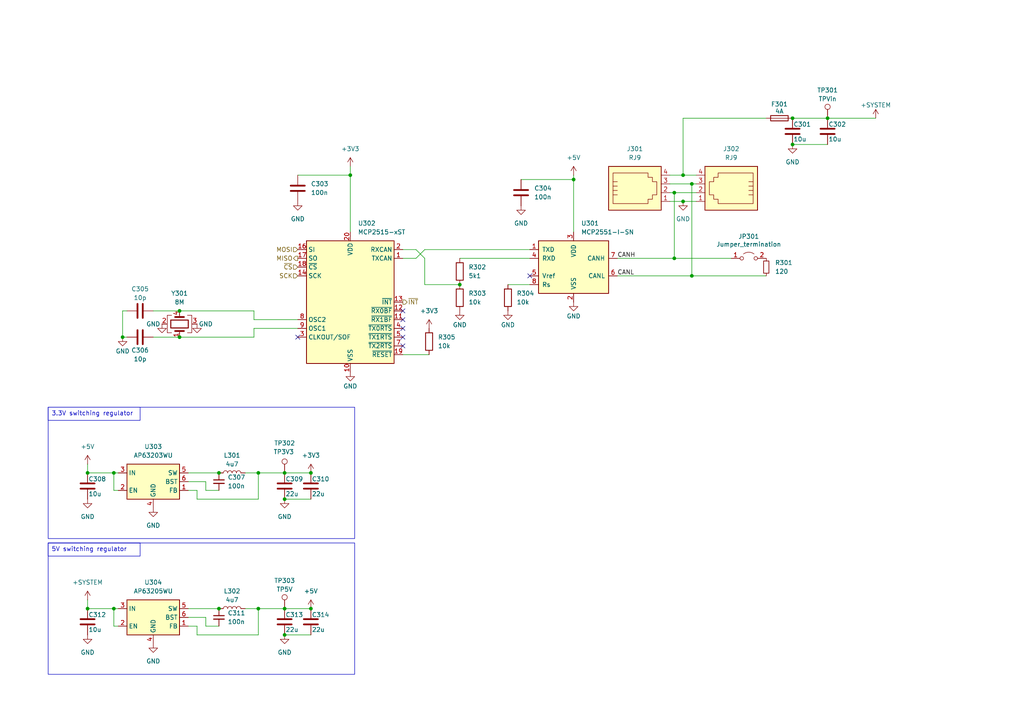
<source format=kicad_sch>
(kicad_sch (version 20231120) (generator "eeschema") (generator_version "8.0")
  (paper "A4")
  (lib_symbols
    (symbol "+BATT_1" (power) (pin_numbers hide) (pin_names (offset 0) hide)
      (property "Value" "+BATT" (at 0 3.556 0))
      (symbol "+BATT_1_0_1"
        (polyline (pts (xy -0.762 1.27) (xy 0 2.54)))
        (polyline (pts (xy 0 0) (xy 0 2.54)))
        (polyline (pts (xy 0 2.54) (xy 0.762 1.27)))
      )
      (symbol "+BATT_1_1_1"
        (pin power_in line (at 0 0 90) (length 0) (name "~") (number "1"))
      )
    )
    (symbol "Connector:RJ10" (pin_names (offset 1.016))
      (property "Reference" "J" (at -5.08 8.89 0))
      (property "Value" "RJ10" (at 2.54 8.89 0))
      (symbol "RJ10_0_1"
        (polyline (pts (xy -6.35 -0.635) (xy -5.08 -0.635) (xy -5.08 -0.635)))
        (polyline (pts (xy -6.35 0.635) (xy -5.08 0.635) (xy -5.08 0.635)))
        (polyline (pts (xy -6.35 1.905) (xy -5.08 1.905) (xy -5.08 1.905)))
        (polyline (pts (xy -6.35 3.175) (xy -5.08 3.175) (xy -5.08 3.175)))
        (polyline (pts (xy -6.35 -3.175) (xy -6.35 5.715) (xy -1.27 5.715) (xy 3.81 5.715) (xy 3.81 4.445) (xy 5.08 4.445) (xy 5.08 3.175) (xy 6.35 3.175) (xy 6.35 -0.635) (xy 5.08 -0.635) (xy 5.08 -1.905) (xy 3.81 -1.905) (xy 3.81 -3.175) (xy -6.35 -3.175) (xy -6.35 -3.175)))
        (rectangle (start 7.62 7.62) (end -7.62 -5.08) (stroke (width 0.254)) (fill (type background)))
      )
      (symbol "RJ10_1_1"
        (pin passive line (at 10.16 -2.54 180) (length 2.54) (name "~") (number "1"))
        (pin passive line (at 10.16 0 180) (length 2.54) (name "~") (number "2"))
        (pin passive line (at 10.16 2.54 180) (length 2.54) (name "~") (number "3"))
        (pin passive line (at 10.16 5.08 180) (length 2.54) (name "~") (number "4"))
      )
    )
    (symbol "Connector:TestPoint" (pin_numbers hide) (pin_names (offset 0.762) hide)
      (property "Reference" "TP" (at 0 6.858 0))
      (property "Value" "TestPoint" (at 0 5.08 0))
      (symbol "TestPoint_0_1"
        (circle (center 0 3.302) (radius 0.762))
      )
      (symbol "TestPoint_1_1"
        (pin passive line (at 0 0 90) (length 2.54) (name "1") (number "1"))
      )
    )
    (symbol "Device:C" (pin_numbers hide) (pin_names (offset 0.254))
      (property "Reference" "C" (at 0.635 2.54 0))
      (property "Value" "C" (at 0.635 -2.54 0))
      (symbol "C_0_1"
        (polyline (pts (xy -2.032 -0.762) (xy 2.032 -0.762)) (stroke (width 0.508)))
        (polyline (pts (xy -2.032 0.762) (xy 2.032 0.762)) (stroke (width 0.508)))
      )
      (symbol "C_1_1"
        (pin passive line (at 0 3.81 270) (length 2.794) (name "~") (number "1"))
        (pin passive line (at 0 -3.81 90) (length 2.794) (name "~") (number "2"))
      )
    )
    (symbol "Device:C_Small" (pin_numbers hide) (pin_names (offset 0.254) hide)
      (property "Reference" "C" (at 0.254 1.778 0))
      (property "Value" "C_Small" (at 0.254 -2.032 0))
      (symbol "C_Small_0_1"
        (polyline (pts (xy -1.524 -0.508) (xy 1.524 -0.508)) (stroke (width 0.3302)))
        (polyline (pts (xy -1.524 0.508) (xy 1.524 0.508)) (stroke (width 0.3048)))
      )
      (symbol "C_Small_1_1"
        (pin passive line (at 0 2.54 270) (length 2.032) (name "~") (number "1"))
        (pin passive line (at 0 -2.54 90) (length 2.032) (name "~") (number "2"))
      )
    )
    (symbol "Device:Crystal_GND23" (pin_names (offset 1.016) hide)
      (property "Reference" "Y" (at 3.175 5.08 0))
      (property "Value" "Crystal_GND23" (at 3.175 3.175 0))
      (symbol "Crystal_GND23_0_1"
        (rectangle (start -1.143 2.54) (end 1.143 -2.54) (stroke (width 0.3048)))
        (polyline (pts (xy -2.54 0) (xy -2.032 0)))
        (polyline (pts (xy -2.032 -1.27) (xy -2.032 1.27)) (stroke (width 0.508)))
        (polyline (pts (xy 0 -3.81) (xy 0 -3.556)))
        (polyline (pts (xy 0 3.556) (xy 0 3.81)))
        (polyline (pts (xy 2.032 -1.27) (xy 2.032 1.27)) (stroke (width 0.508)))
        (polyline (pts (xy 2.032 0) (xy 2.54 0)))
        (polyline (pts (xy -2.54 -2.286) (xy -2.54 -3.556) (xy 2.54 -3.556) (xy 2.54 -2.286)))
        (polyline (pts (xy -2.54 2.286) (xy -2.54 3.556) (xy 2.54 3.556) (xy 2.54 2.286)))
      )
      (symbol "Crystal_GND23_1_1"
        (pin passive line (at -3.81 0 0) (length 1.27) (name "1") (number "1"))
        (pin passive line (at 0 5.08 270) (length 1.27) (name "2") (number "2"))
        (pin passive line (at 0 -5.08 90) (length 1.27) (name "3") (number "3"))
        (pin passive line (at 3.81 0 180) (length 1.27) (name "4") (number "4"))
      )
    )
    (symbol "Device:Fuse" (pin_numbers hide) (pin_names (offset 0))
      (property "Reference" "F" (at 2.032 0 90))
      (property "Value" "Fuse" (at -1.905 0 90))
      (symbol "Fuse_0_1"
        (rectangle (start -0.762 -2.54) (end 0.762 2.54) (stroke (width 0.254)))
        (polyline (pts (xy 0 2.54) (xy 0 -2.54)))
      )
      (symbol "Fuse_1_1"
        (pin passive line (at 0 3.81 270) (length 1.27) (name "~") (number "1"))
        (pin passive line (at 0 -3.81 90) (length 1.27) (name "~") (number "2"))
      )
    )
    (symbol "Device:L" (pin_numbers hide) (pin_names (offset 1.016) hide)
      (property "Reference" "L" (at -1.27 0 90))
      (property "Value" "L" (at 1.905 0 90))
      (symbol "L_0_1"
        (arc (start 0 -2.54) (mid 0.6323 -1.905) (end 0 -1.27))
        (arc (start 0 -1.27) (mid 0.6323 -0.635) (end 0 0))
        (arc (start 0 0) (mid 0.6323 0.635) (end 0 1.27))
        (arc (start 0 1.27) (mid 0.6323 1.905) (end 0 2.54))
      )
      (symbol "L_1_1"
        (pin passive line (at 0 3.81 270) (length 1.27) (name "1") (number "1"))
        (pin passive line (at 0 -3.81 90) (length 1.27) (name "2") (number "2"))
      )
    )
    (symbol "Device:R" (pin_numbers hide) (pin_names (offset 0))
      (property "Reference" "R" (at 2.032 0 90))
      (property "Value" "R" (at 0 0 90))
      (symbol "R_0_1"
        (rectangle (start -1.016 -2.54) (end 1.016 2.54) (stroke (width 0.254)))
      )
      (symbol "R_1_1"
        (pin passive line (at 0 3.81 270) (length 1.27) (name "~") (number "1"))
        (pin passive line (at 0 -3.81 90) (length 1.27) (name "~") (number "2"))
      )
    )
    (symbol "Device:R_Small" (pin_numbers hide) (pin_names (offset 0.254) hide)
      (property "Reference" "R" (at 0.762 0.508 0))
      (property "Value" "R_Small" (at 0.762 -1.016 0))
      (symbol "R_Small_0_1"
        (rectangle (start -0.762 1.778) (end 0.762 -1.778) (stroke (width 0.2032)))
      )
      (symbol "R_Small_1_1"
        (pin passive line (at 0 2.54 270) (length 0.762) (name "~") (number "1"))
        (pin passive line (at 0 -2.54 90) (length 0.762) (name "~") (number "2"))
      )
    )
    (symbol "Interface_CAN_LIN:MCP2515-xST"
      (property "Reference" "U" (at -10.16 19.685 0))
      (property "Value" "MCP2515-xST" (at 19.05 20.32 0))
      (symbol "MCP2515-xST_0_1"
        (rectangle (start -12.7 17.78) (end 12.7 -17.78) (stroke (width 0.254)) (fill (type background)))
      )
      (symbol "MCP2515-xST_1_1"
        (pin output line (at 15.24 12.7 180) (length 2.54) (name "TXCAN") (number "1"))
        (pin power_in line (at 0 -20.32 90) (length 2.54) (name "VSS") (number "10"))
        (pin output line (at 15.24 -5.08 180) (length 2.54) (name "~{RX1BF}") (number "11"))
        (pin output line (at 15.24 -2.54 180) (length 2.54) (name "~{RX0BF}") (number "12"))
        (pin output line (at 15.24 0 180) (length 2.54) (name "~{INT}") (number "13"))
        (pin input line (at -15.24 7.62 0) (length 2.54) (name "SCK") (number "14"))
        (pin no_connect line (at -12.7 -2.54 0) (length 2.54) hide (name "NC") (number "15"))
        (pin input line (at -15.24 15.24 0) (length 2.54) (name "SI") (number "16"))
        (pin output line (at -15.24 12.7 0) (length 2.54) (name "SO") (number "17"))
        (pin input line (at -15.24 10.16 0) (length 2.54) (name "~{CS}") (number "18"))
        (pin input line (at 15.24 -15.24 180) (length 2.54) (name "~{RESET}") (number "19"))
        (pin input line (at 15.24 15.24 180) (length 2.54) (name "RXCAN") (number "2"))
        (pin power_in line (at 0 20.32 270) (length 2.54) (name "VDD") (number "20"))
        (pin output line (at -15.24 -10.16 0) (length 2.54) (name "CLKOUT/SOF") (number "3"))
        (pin input line (at 15.24 -7.62 180) (length 2.54) (name "~{TX0RTS}") (number "4"))
        (pin input line (at 15.24 -10.16 180) (length 2.54) (name "~{TX1RTS}") (number "5"))
        (pin no_connect line (at -12.7 0 0) (length 2.54) hide (name "NC") (number "6"))
        (pin input line (at 15.24 -12.7 180) (length 2.54) (name "~{TX2RTS}") (number "7"))
        (pin output line (at -15.24 -5.08 0) (length 2.54) (name "OSC2") (number "8"))
        (pin input line (at -15.24 -7.62 0) (length 2.54) (name "OSC1") (number "9"))
      )
    )
    (symbol "Interface_CAN_LIN:MCP2551-I-SN" (pin_names (offset 1.016))
      (property "Reference" "U" (at -10.16 8.89 0))
      (property "Value" "MCP2551-I-SN" (at 2.54 8.89 0))
      (symbol "MCP2551-I-SN_0_1"
        (rectangle (start -10.16 7.62) (end 10.16 -7.62) (stroke (width 0.254)) (fill (type background)))
      )
      (symbol "MCP2551-I-SN_1_1"
        (pin input line (at -12.7 5.08 0) (length 2.54) (name "TXD") (number "1"))
        (pin power_in line (at 0 -10.16 90) (length 2.54) (name "VSS") (number "2"))
        (pin power_in line (at 0 10.16 270) (length 2.54) (name "VDD") (number "3"))
        (pin output line (at -12.7 2.54 0) (length 2.54) (name "RXD") (number "4"))
        (pin power_out line (at -12.7 -2.54 0) (length 2.54) (name "Vref") (number "5"))
        (pin bidirectional line (at 12.7 -2.54 180) (length 2.54) (name "CANL") (number "6"))
        (pin bidirectional line (at 12.7 2.54 180) (length 2.54) (name "CANH") (number "7"))
        (pin input line (at -12.7 -5.08 0) (length 2.54) (name "Rs") (number "8"))
      )
    )
    (symbol "Jumper:Jumper_2_Open" (pin_names (offset 0) hide)
      (property "Reference" "JP" (at 0 2.794 0))
      (property "Value" "Jumper_2_Open" (at 0 -2.286 0))
      (symbol "Jumper_2_Open_0_0"
        (circle (center -2.032 0) (radius 0.508))
        (circle (center 2.032 0) (radius 0.508))
      )
      (symbol "Jumper_2_Open_0_1"
        (arc (start 1.524 1.27) (mid 0 1.778) (end -1.524 1.27))
      )
      (symbol "Jumper_2_Open_1_1"
        (pin passive line (at -5.08 0 0) (length 2.54) (name "A") (number "1"))
        (pin passive line (at 5.08 0 180) (length 2.54) (name "B") (number "2"))
      )
    )
    (symbol "Regulator_Switching:AP63203WU"
      (property "Reference" "U" (at -7.62 6.35 0))
      (property "Value" "AP63203WU" (at 2.54 6.35 0))
      (symbol "AP63203WU_0_1"
        (rectangle (start -7.62 5.08) (end 7.62 -5.08) (stroke (width 0.254)) (fill (type background)))
      )
      (symbol "AP63203WU_1_1"
        (pin input line (at 10.16 -2.54 180) (length 2.54) (name "FB") (number "1"))
        (pin input line (at -10.16 -2.54 0) (length 2.54) (name "EN") (number "2"))
        (pin power_in line (at -10.16 2.54 0) (length 2.54) (name "IN") (number "3"))
        (pin power_in line (at 0 -7.62 90) (length 2.54) (name "GND") (number "4"))
        (pin output line (at 10.16 2.54 180) (length 2.54) (name "SW") (number "5"))
        (pin passive line (at 10.16 0 180) (length 2.54) (name "BST") (number "6"))
      )
    )
    (symbol "Regulator_Switching:AP63205WU"
      (property "Reference" "U" (at -7.62 6.35 0))
      (property "Value" "AP63205WU" (at 2.54 6.35 0))
      (symbol "AP63205WU_0_1"
        (rectangle (start -7.62 5.08) (end 7.62 -5.08) (stroke (width 0.254)) (fill (type background)))
      )
      (symbol "AP63205WU_1_1"
        (pin input line (at 10.16 -2.54 180) (length 2.54) (name "FB") (number "1"))
        (pin input line (at -10.16 -2.54 0) (length 2.54) (name "EN") (number "2"))
        (pin power_in line (at -10.16 2.54 0) (length 2.54) (name "IN") (number "3"))
        (pin power_in line (at 0 -7.62 90) (length 2.54) (name "GND") (number "4"))
        (pin output line (at 10.16 2.54 180) (length 2.54) (name "SW") (number "5"))
        (pin passive line (at 10.16 0 180) (length 2.54) (name "BST") (number "6"))
      )
    )
    (symbol "power:+3V3" (power) (pin_names (offset 0))
      (property "Value" "+3V3" (at 0 3.556 0))
      (symbol "+3V3_0_1"
        (polyline (pts (xy -0.762 1.27) (xy 0 2.54)))
        (polyline (pts (xy 0 0) (xy 0 2.54)))
        (polyline (pts (xy 0 2.54) (xy 0.762 1.27)))
      )
      (symbol "+3V3_1_1"
        (pin power_in line (at 0 0 90) (length 0) hide (name "+3V3") (number "1"))
      )
    )
    (symbol "power:+5V" (power) (pin_numbers hide) (pin_names (offset 0) hide)
      (property "Value" "+5V" (at 0 3.556 0))
      (symbol "+5V_0_1"
        (polyline (pts (xy -0.762 1.27) (xy 0 2.54)))
        (polyline (pts (xy 0 0) (xy 0 2.54)))
        (polyline (pts (xy 0 2.54) (xy 0.762 1.27)))
      )
      (symbol "+5V_1_1"
        (pin power_in line (at 0 0 90) (length 0) (name "~") (number "1"))
      )
    )
    (symbol "power:GND" (power) (pin_names (offset 0))
      (property "Value" "GND" (at 0 -3.81 0))
      (symbol "GND_0_1"
        (polyline (pts (xy 0 0) (xy 0 -1.27) (xy 1.27 -1.27) (xy 0 -2.54) (xy -1.27 -1.27) (xy 0 -1.27)))
      )
      (symbol "GND_1_1"
        (pin power_in line (at 0 0 270) (length 0) hide (name "GND") (number "1"))
      )
    )
  )
  (junction (at 229.87 34.29))
  (junction (at 63.5 137.16))
  (junction (at 195.58 55.88))
  (junction (at 52.07 90.17))
  (junction (at 166.37 52.07))
  (junction (at 25.4 137.16))
  (junction (at 63.5 176.53))
  (junction (at 229.87 41.91))
  (junction (at 74.93 176.53))
  (junction (at 33.02 176.53))
  (junction (at 82.55 144.78))
  (junction (at 200.66 80.01))
  (junction (at 82.55 176.53))
  (junction (at 52.07 97.79))
  (junction (at 74.93 137.16))
  (junction (at 133.35 82.55))
  (junction (at 195.58 74.93))
  (junction (at 101.6 50.8))
  (junction (at 82.55 184.15))
  (junction (at 90.17 137.16))
  (junction (at 90.17 176.53))
  (junction (at 198.12 58.42))
  (junction (at 200.66 53.34))
  (junction (at 82.55 137.16))
  (junction (at 33.02 137.16))
  (junction (at 25.4 176.53))
  (junction (at 240.03 34.29))
  (junction (at 198.12 50.8))
  (junction (at 35.56 97.79))
  (no_connect (at 116.84 90.17))
  (no_connect (at 86.36 97.79))
  (no_connect (at 153.67 80.01))
  (no_connect (at 116.84 97.79))
  (no_connect (at 116.84 95.25))
  (no_connect (at 116.84 100.33))
  (no_connect (at 116.84 92.71))
  (wire (pts (xy 54.61 176.53) (xy 63.5 176.53)))
  (wire (pts (xy 25.4 134.62) (xy 25.4 137.16)))
  (wire (pts (xy 82.55 137.16) (xy 90.17 137.16)))
  (wire (pts (xy 59.69 181.61) (xy 59.69 179.07)))
  (wire (pts (xy 194.31 58.42) (xy 198.12 58.42)))
  (wire (pts (xy 86.36 50.8) (xy 101.6 50.8)))
  (wire (pts (xy 74.93 144.78) (xy 74.93 137.16)))
  (wire (pts (xy 254 34.29) (xy 240.03 34.29)))
  (wire (pts (xy 73.66 92.71) (xy 86.36 92.71)))
  (wire (pts (xy 25.4 173.99) (xy 25.4 176.53)))
  (wire (pts (xy 44.45 90.17) (xy 52.07 90.17)))
  (wire (pts (xy 195.58 55.88) (xy 201.93 55.88)))
  (wire (pts (xy 123.19 82.55) (xy 133.35 82.55)))
  (wire (pts (xy 229.87 41.91) (xy 240.03 41.91)))
  (wire (pts (xy 123.19 72.39) (xy 153.67 72.39)))
  (wire (pts (xy 74.93 184.15) (xy 74.93 176.53)))
  (wire (pts (xy 116.84 74.93) (xy 120.65 74.93)))
  (wire (pts (xy 198.12 34.29) (xy 198.12 50.8)))
  (wire (pts (xy 151.13 52.07) (xy 166.37 52.07)))
  (wire (pts (xy 195.58 55.88) (xy 195.58 74.93)))
  (wire (pts (xy 71.12 137.16) (xy 74.93 137.16)))
  (wire (pts (xy 74.93 176.53) (xy 82.55 176.53)))
  (wire (pts (xy 57.15 184.15) (xy 74.93 184.15)))
  (wire (pts (xy 101.6 50.8) (xy 101.6 67.31)))
  (wire (pts (xy 36.83 97.79) (xy 35.56 97.79)))
  (wire (pts (xy 63.5 142.24) (xy 59.69 142.24)))
  (wire (pts (xy 59.69 142.24) (xy 59.69 139.7)))
  (wire (pts (xy 25.4 176.53) (xy 33.02 176.53)))
  (wire (pts (xy 73.66 92.71) (xy 73.66 90.17)))
  (wire (pts (xy 33.02 137.16) (xy 34.29 137.16)))
  (wire (pts (xy 25.4 137.16) (xy 33.02 137.16)))
  (wire (pts (xy 200.66 80.01) (xy 222.25 80.01)))
  (wire (pts (xy 194.31 53.34) (xy 200.66 53.34)))
  (wire (pts (xy 33.02 176.53) (xy 33.02 181.61)))
  (wire (pts (xy 82.55 144.78) (xy 90.17 144.78)))
  (wire (pts (xy 194.31 55.88) (xy 195.58 55.88)))
  (wire (pts (xy 120.65 74.93) (xy 123.19 72.39)))
  (wire (pts (xy 73.66 95.25) (xy 86.36 95.25)))
  (wire (pts (xy 166.37 52.07) (xy 166.37 67.31)))
  (wire (pts (xy 179.07 74.93) (xy 195.58 74.93)))
  (wire (pts (xy 116.84 72.39) (xy 120.65 72.39)))
  (wire (pts (xy 35.56 90.17) (xy 36.83 90.17)))
  (wire (pts (xy 198.12 58.42) (xy 201.93 58.42)))
  (wire (pts (xy 54.61 181.61) (xy 57.15 181.61)))
  (wire (pts (xy 74.93 176.53) (xy 71.12 176.53)))
  (wire (pts (xy 179.07 80.01) (xy 200.66 80.01)))
  (wire (pts (xy 120.65 72.39) (xy 123.19 74.93)))
  (wire (pts (xy 200.66 53.34) (xy 201.93 53.34)))
  (wire (pts (xy 33.02 142.24) (xy 33.02 137.16)))
  (wire (pts (xy 198.12 50.8) (xy 201.93 50.8)))
  (wire (pts (xy 123.19 74.93) (xy 123.19 82.55)))
  (wire (pts (xy 54.61 142.24) (xy 57.15 142.24)))
  (wire (pts (xy 57.15 181.61) (xy 57.15 184.15)))
  (wire (pts (xy 33.02 176.53) (xy 34.29 176.53)))
  (wire (pts (xy 82.55 184.15) (xy 90.17 184.15)))
  (wire (pts (xy 147.32 82.55) (xy 153.67 82.55)))
  (wire (pts (xy 212.09 74.93) (xy 195.58 74.93)))
  (wire (pts (xy 44.45 97.79) (xy 52.07 97.79)))
  (wire (pts (xy 133.35 74.93) (xy 153.67 74.93)))
  (wire (pts (xy 59.69 139.7) (xy 54.61 139.7)))
  (wire (pts (xy 194.31 50.8) (xy 198.12 50.8)))
  (wire (pts (xy 73.66 97.79) (xy 52.07 97.79)))
  (wire (pts (xy 54.61 137.16) (xy 63.5 137.16)))
  (wire (pts (xy 82.55 176.53) (xy 90.17 176.53)))
  (wire (pts (xy 74.93 137.16) (xy 82.55 137.16)))
  (wire (pts (xy 57.15 142.24) (xy 57.15 144.78)))
  (wire (pts (xy 73.66 95.25) (xy 73.66 97.79)))
  (wire (pts (xy 34.29 181.61) (xy 33.02 181.61)))
  (wire (pts (xy 101.6 48.26) (xy 101.6 50.8)))
  (wire (pts (xy 34.29 142.24) (xy 33.02 142.24)))
  (wire (pts (xy 57.15 144.78) (xy 74.93 144.78)))
  (wire (pts (xy 229.87 34.29) (xy 240.03 34.29)))
  (wire (pts (xy 166.37 50.8) (xy 166.37 52.07)))
  (wire (pts (xy 63.5 181.61) (xy 59.69 181.61)))
  (wire (pts (xy 198.12 34.29) (xy 222.25 34.29)))
  (wire (pts (xy 116.84 102.87) (xy 124.46 102.87)))
  (wire (pts (xy 73.66 90.17) (xy 52.07 90.17)))
  (wire (pts (xy 35.56 97.79) (xy 35.56 90.17)))
  (wire (pts (xy 59.69 179.07) (xy 54.61 179.07)))
  (wire (pts (xy 200.66 80.01) (xy 200.66 53.34)))
  (rectangle (start 13.97 118.11) (end 102.87 156.21))
  (rectangle (start 13.97 157.48) (end 102.87 195.58))
  (text_box "5V switching regulator" (at 13.97 157.48 0) (size 26.67 3.81) (effects (font (size 1.27 1.27)) (justify left top)))
  (text_box "3.3V switching regulator" (at 13.97 118.11 0) (size 26.67 3.81) (effects (font (size 1.27 1.27)) (justify left top)))
  (label "CANL" (at 179.07 80.01 0))
  (label "CANH" (at 179.07 74.93 0))
  (hierarchical_label "MISO" (shape output) (at 86.36 74.93 180))
  (hierarchical_label "~{INT}" (shape output) (at 116.84 87.63 0))
  (hierarchical_label "MOSI" (shape input) (at 86.36 72.39 180))
  (hierarchical_label "~{CS}" (shape input) (at 86.36 77.47 180))
  (hierarchical_label "SCK" (shape input) (at 86.36 80.01 180))
  (symbol (lib_id "power:GND") (at 82.55 184.15 0) (unit 1)
    (property "Reference" "#PWR0324" (effects (hide yes)))
    (property "Value" "GND" (at 82.55 189.23 0))
    (property "Footprint checked" "X" (effects (hide yes)))
  )
  (symbol (lib_id "Jumper:Jumper_2_Open") (at 217.17 74.93 0) (unit 1)
    (property "Reference" "JP301" (at 217.17 68.58 0))
    (property "Value" "Jumper_termination" (at 217.17 70.866 0))
    (property "Footprint" "Connector_PinHeader_2.54mm:PinHeader_1x02_P2.54mm_Vertical" (effects (hide yes)))
    (property "Datasheet" "X" (effects (hide yes)))
    (property "Description" "Jumper, 2-pole, open" (effects (hide yes)))
    (property "ETA" "ETA" (effects (hide yes)))
    (property "Footprint checked" "YES" (effects (hide yes)))
  )
  (symbol (lib_id "power:GND") (at 44.45 147.32 0) (unit 1)
    (property "Reference" "#PWR0320" (effects (hide yes)))
    (property "Value" "GND" (at 44.45 152.4 0))
    (property "Footprint checked" "X" (effects (hide yes)))
  )
  (symbol (lib_id "Device:C") (at 90.17 140.97 0) (unit 1)
    (property "Reference" "C310" (at 90.424 138.938 0) (effects (justify left)))
    (property "Value" "22u" (at 90.424 143.256 0) (effects (justify left)))
    (property "Footprint" "Capacitor_SMD:C_0805_2012Metric" (effects (hide yes)))
    (property "Datasheet" "https://www.mouser.se/datasheet/2/585/MLCC-1837944.pdf" (effects (hide yes)))
    (property "Description" "Unpolarized capacitor" (effects (hide yes)))
    (property "mouser" "187-CL21A226MOCLRNC" (effects (hide yes)))
    (property "Footprint checked" "YES" (effects (hide yes)))
  )
  (symbol (lib_id "power:+3V3") (at 124.46 95.25 0) (unit 1)
    (property "Reference" "#PWR0313" (effects (hide yes)))
    (property "Value" "+3V3" (at 124.46 90.17 0))
    (property "Description" "Power symbol creates a global label with name \"+3V3\"" (effects (hide yes)))
    (property "Footprint checked" "X" (effects (hide yes)))
  )
  (symbol (lib_id "power:+3V3") (at 90.17 137.16 0) (unit 1)
    (property "Reference" "#PWR0317" (effects (hide yes)))
    (property "Value" "+3V3" (at 90.17 132.08 0))
    (property "Description" "Power symbol creates a global label with name \"+3V3\"" (effects (hide yes)))
    (property "Footprint checked" "X" (effects (hide yes)))
  )
  (symbol (lib_id "Device:L") (at 67.31 176.53 90) (unit 1)
    (property "Reference" "L302" (at 67.31 171.45 90))
    (property "Value" "4u7" (at 67.31 173.99 90))
    (property "Footprint" "Inductor_SMD:L_1210_3225Metric" (effects (hide yes)))
    (property "Datasheet" "https://www.mouser.se/datasheet/2/54/srr1260-1391580.pdf" (effects (hide yes)))
    (property "Description" "Inductor" (effects (hide yes)))
    (property "Footprint checked" "YES" (effects (hide yes)))
    (property "mouser" "652-SRP3212A-4R7M" (effects (hide yes)))
  )
  (symbol (lib_id "power:GND") (at 44.45 186.69 0) (unit 1)
    (property "Reference" "#PWR0325" (effects (hide yes)))
    (property "Value" "GND" (at 44.45 191.77 0))
    (property "Footprint checked" "X" (effects (hide yes)))
  )
  (symbol (lib_id "power:+5V") (at 166.37 50.8 0) (unit 1)
    (property "Reference" "#PWR0304" (effects (hide yes)))
    (property "Value" "+5V" (at 166.37 45.72 0))
    (property "Description" "Power symbol creates a global label with name \"+5V\"" (effects (hide yes)))
    (property "Footprint checked" "X" (effects (hide yes)))
  )
  (symbol (lib_id "Device:R") (at 133.35 78.74 0) (unit 1)
    (property "Reference" "R302" (at 135.89 77.4699 0) (effects (justify left)))
    (property "Value" "5k1" (at 135.89 80.0099 0) (effects (justify left)))
    (property "Footprint" "Resistor_SMD:R_0402_1005Metric" (effects (hide yes)))
    (property "Datasheet" "https://www.vishay.com/doc?20035" (effects (hide yes)))
    (property "Description" "Resistor" (effects (hide yes)))
    (property "Footprint checked" "YES" (effects (hide yes)))
    (property "mouser" "71-CRCW0402-5.1K-E3" (effects (hide yes)))
  )
  (symbol (lib_id "power:GND") (at 198.12 58.42 0) (unit 1)
    (property "Reference" "#PWR0306" (effects (hide yes)))
    (property "Value" "GND" (at 198.12 63.5 0))
    (property "Footprint checked" "X" (effects (hide yes)))
  )
  (symbol (lib_id "Device:R") (at 133.35 86.36 0) (unit 1)
    (property "Reference" "R303" (at 135.89 85.0899 0) (effects (justify left)))
    (property "Value" "10k" (at 135.89 87.6299 0) (effects (justify left)))
    (property "Footprint" "Resistor_SMD:R_0402_1005Metric" (effects (hide yes)))
    (property "Datasheet" "https://www.vishay.com/doc?28773" (effects (hide yes)))
    (property "Description" "Resistor" (effects (hide yes)))
    (property "mouser" "71-CRCW040210K0JNEDC" (effects (hide yes)))
    (property "Footprint checked" "YES" (effects (hide yes)))
  )
  (symbol (lib_id "power:GND") (at 35.56 97.79 0) (unit 1)
    (property "Reference" "#PWR0314" (effects (hide yes)))
    (property "Value" "GND" (at 35.56 101.854 0))
    (property "Footprint checked" "X" (effects (hide yes)))
  )
  (symbol (lib_name "+BATT_1") (lib_id "power:+BATT") (at 254 34.29 0) (unit 1)
    (property "Reference" "#PWR0301" (effects (hide yes)))
    (property "Value" "+SYSTEM" (at 254 30.48 0))
    (property "Description" "Power symbol creates a global label with name \"+BATT\"" (effects (hide yes)))
    (property "Footprint checked" "X" (effects (hide yes)))
  )
  (symbol (lib_id "Connector:RJ10") (at 184.15 55.88 0) (unit 1)
    (property "Reference" "J301" (at 184.15 43.18 0))
    (property "Value" "RJ9" (at 184.15 45.72 0))
    (property "Footprint" "Connector_RJ:RJ9_Evercom_5301-440xxx_Horizontal" (effects (hide yes)))
    (property "Datasheet" "https://www.amphenol-cs.com/product/618350441lf.html" (effects (hide yes)))
    (property "Footprint checked" "YES" (effects (hide yes)))
    (property "mouser" "649-61835-0441LF" (effects (hide yes)))
  )
  (symbol (lib_name "+BATT_1") (lib_id "power:+BATT") (at 25.4 173.99 0) (unit 1)
    (property "Reference" "#PWR0321" (effects (hide yes)))
    (property "Value" "+SYSTEM" (at 25.4 168.91 0))
    (property "Description" "Power symbol creates a global label with name \"+BATT\"" (effects (hide yes)))
    (property "Footprint checked" "X" (effects (hide yes)))
  )
  (symbol (lib_id "Device:Fuse") (at 226.06 34.29 90) (unit 1)
    (property "Reference" "F301" (at 226.06 30.226 90))
    (property "Value" "4A" (at 226.06 32.258 90))
    (property "Footprint" "Fuse:Fuse_0603_1608Metric" (effects (hide yes)))
    (property "Datasheet" "https://www.mouser.se/datasheet/2/315/AFA0000C7-1025982.pdf" (effects (hide yes)))
    (property "Description" "Fuse" (effects (hide yes)))
    (property "Footprint checked" "YES" (effects (hide yes)))
    (property "mouser" "667-ERB-RE4R00V" (effects (hide yes)))
  )
  (symbol (lib_id "power:GND") (at 151.13 59.69 0) (unit 1)
    (property "Reference" "#PWR0307" (effects (hide yes)))
    (property "Value" "GND" (at 151.13 64.77 0))
    (property "Description" "Power symbol creates a global label with name \"GND\" , ground" (effects (hide yes)))
    (property "Footprint checked" "X" (effects (hide yes)))
  )
  (symbol (lib_id "Regulator_Switching:AP63203WU") (at 44.45 139.7 0) (unit 1)
    (property "Reference" "U303" (at 44.45 129.54 0))
    (property "Value" "AP63203WU" (at 44.45 132.08 0))
    (property "Footprint" "Package_TO_SOT_SMD:TSOT-23-6" (effects (hide yes)))
    (property "Datasheet" "https://www.diodes.com/assets/Datasheets/AP63200-AP63201-AP63203-AP63205.pdf" (effects (hide yes)))
    (property "Description" "2A, 1.1MHz Buck DC/DC Converter, fixed 3.3V output voltage, TSOT-23-6" (effects (hide yes)))
    (property "REASON" "AP63203WU-7 is not sold at RS or elfa" (effects (hide yes)))
    (property "mouser" " 621-AP63203WU-7 " (effects (hide yes)))
    (property "Footprint checked" "YES" (effects (hide yes)))
  )
  (symbol (lib_id "Interface_CAN_LIN:MCP2515-xST") (at 101.6 87.63 0) (unit 1)
    (property "Reference" "U302" (at 103.7941 64.77 0) (effects (justify left)))
    (property "Value" "MCP2515-xST" (at 103.7941 67.31 0) (effects (justify left)))
    (property "Footprint" "Package_SO:TSSOP-20_4.4x6.5mm_P0.65mm" (effects (hide yes)))
    (property "Datasheet" "https://ww1.microchip.com/downloads/en/DeviceDoc/MCP2515-Stand-Alone-CAN-Controller-with-SPI-20001801J.pdf" (effects (hide yes)))
    (property "ETA" "ETA" (effects (hide yes)))
    (property "Footprint checked" "YES" (effects (hide yes)))
  )
  (symbol (lib_id "Device:C") (at 40.64 90.17 90) (unit 1)
    (property "Reference" "C305" (at 40.64 83.82 90))
    (property "Value" "10p" (at 40.64 86.36 90))
    (property "Footprint" "Capacitor_SMD:C_0402_1005Metric" (effects (hide yes)))
    (property "Datasheet" "https://eu.mouser.com/datasheet/2/281/1/GRT1555C2A100JA02_01A-3157828.pdf" (effects (hide yes)))
    (property "mouser" "81-GRT1555C2A100JA2J" (effects (hide yes)))
    (property "Footprint checked" "YES" (effects (hide yes)))
  )
  (symbol (lib_id "Device:C") (at 229.87 38.1 0) (unit 1)
    (property "Reference" "C301" (at 230.124 36.068 0) (effects (justify left)))
    (property "Value" "10u" (at 230.124 40.386 0) (effects (justify left)))
    (property "Footprint" "Capacitor_SMD:C_1206_3216Metric" (effects (hide yes)))
    (property "Datasheet" "https://www.mouser.se/datasheet/2/40/cx5r_KGM-3223198.pdf" (effects (hide yes)))
    (property "Description" "Unpolarized capacitor" (effects (hide yes)))
    (property "mouser" "581-1206DD106MAT2A" (effects (hide yes)))
    (property "Footprint checked" "YES" (effects (hide yes)))
  )
  (symbol (lib_id "power:GND") (at 57.15 93.98 0) (unit 1)
    (property "Reference" "#PWR0312" (effects (hide yes)))
    (property "Value" "GND" (at 59.69 93.98 0))
    (property "Footprint checked" "X" (effects (hide yes)))
  )
  (symbol (lib_id "Device:R") (at 124.46 99.06 0) (unit 1)
    (property "Reference" "R305" (at 127 97.7899 0) (effects (justify left)))
    (property "Value" "10k" (at 127 100.3299 0) (effects (justify left)))
    (property "Footprint" "Resistor_SMD:R_0402_1005Metric" (effects (hide yes)))
    (property "Datasheet" "https://www.vishay.com/doc?28773" (effects (hide yes)))
    (property "Description" "Resistor" (effects (hide yes)))
    (property "mouser" "71-CRCW040210K0JNEDC" (effects (hide yes)))
    (property "Footprint checked" "YES" (effects (hide yes)))
  )
  (symbol (lib_id "Device:C") (at 25.4 180.34 0) (unit 1)
    (property "Reference" "C312" (at 25.654 178.308 0) (effects (justify left)))
    (property "Value" "10u" (at 25.654 182.626 0) (effects (justify left)))
    (property "Footprint" "Capacitor_SMD:C_1206_3216Metric" (effects (hide yes)))
    (property "Datasheet" "https://www.mouser.se/datasheet/2/40/cx5r_KGM-3223198.pdf" (effects (hide yes)))
    (property "Description" "Unpolarized capacitor" (effects (hide yes)))
    (property "mouser" "581-1206DD106MAT2A" (effects (hide yes)))
    (property "Footprint checked" "YES" (effects (hide yes)))
  )
  (symbol (lib_id "Device:Crystal_GND23") (at 52.07 93.98 90) (unit 1)
    (property "Reference" "Y301" (at 52.07 85.09 90))
    (property "Value" "8M" (at 52.07 87.63 90))
    (property "Footprint" "Crystal:Crystal_SMD_Abracon_ABM3B-4Pin_5.0x3.2mm" (effects (hide yes)))
    (property "Datasheet" "https://www.mouser.se/datasheet/2/3/abm3b-1774998.pdf" (effects (hide yes)))
    (property "REASON" "ABM3B-8.000MHZ-10-1-U-T  is not sold at RS or elfa" (effects (hide yes)))
    (property "mouser" "815-ABM3B8MHZ101UT" (effects (hide yes)))
    (property "Footprint checked" "YES" (effects (hide yes)))
  )
  (symbol (lib_id "Interface_CAN_LIN:MCP2551-I-SN") (at 166.37 77.47 0) (unit 1)
    (property "Reference" "U301" (at 168.5641 64.77 0) (effects (justify left)))
    (property "Value" "MCP2551-I-SN" (at 168.5641 67.31 0) (effects (justify left)))
    (property "Footprint" "Package_SO:SOIC-8_3.9x4.9mm_P1.27mm" (effects (hide yes)))
    (property "Datasheet" "http://ww1.microchip.com/downloads/en/devicedoc/21667d.pdf" (effects (hide yes)))
    (property "Description" "High-Speed CAN Transceiver, 1Mbps, 5V supply, SOIC-8" (effects (hide yes)))
    (property "ETA" "ETA" (effects (hide yes)))
    (property "Footprint checked" "YES" (effects (hide yes)))
  )
  (symbol (lib_id "power:GND") (at 133.35 90.17 0) (unit 1)
    (property "Reference" "#PWR0309" (effects (hide yes)))
    (property "Value" "GND" (at 133.35 94.234 0))
    (property "Footprint checked" "X" (effects (hide yes)))
  )
  (symbol (lib_id "power:+5V") (at 25.4 134.62 0) (unit 1)
    (property "Reference" "#PWR0316" (effects (hide yes)))
    (property "Value" "+5V" (at 25.4 129.54 0))
    (property "Description" "Power symbol creates a global label with name \"+5V\"" (effects (hide yes)))
    (property "Footprint checked" "X" (effects (hide yes)))
  )
  (symbol (lib_id "Device:C") (at 151.13 55.88 0) (unit 1)
    (property "Reference" "C304" (at 154.94 54.6099 0) (effects (justify left)))
    (property "Value" "100n" (at 154.94 57.1499 0) (effects (justify left)))
    (property "Footprint" "Capacitor_SMD:C_0402_1005Metric" (effects (hide yes)))
    (property "Datasheet" "https://www.mouser.se/datasheet/2/281/1/GCM155R71H104KE02_01A-3142168.pdf" (effects (hide yes)))
    (property "Description" "Unpolarized capacitor" (effects (hide yes)))
    (property "REASON" " GCM155R71H104KE02D is out of stock at RS" (effects (hide yes)))
    (property "mouser" "81-GCM155R71H104KE2D" (effects (hide yes)))
    (property "Footprint checked" "YES" (effects (hide yes)))
  )
  (symbol (lib_id "Device:C") (at 86.36 54.61 0) (unit 1)
    (property "Reference" "C303" (at 90.17 53.3399 0) (effects (justify left)))
    (property "Value" "100n" (at 90.17 55.8799 0) (effects (justify left)))
    (property "Footprint" "Capacitor_SMD:C_0402_1005Metric" (effects (hide yes)))
    (property "Datasheet" "https://www.mouser.se/datasheet/2/281/1/GCM155R71H104KE02_01A-3142168.pdf" (effects (hide yes)))
    (property "Description" "Unpolarized capacitor" (effects (hide yes)))
    (property "REASON" " GCM155R71H104KE02D is out of stock at RS" (effects (hide yes)))
    (property "mouser" "81-GCM155R71H104KE2D" (effects (hide yes)))
    (property "Footprint checked" "YES" (effects (hide yes)))
  )
  (symbol (lib_id "Device:R_Small") (at 222.25 77.47 0) (unit 1)
    (property "Reference" "R301" (at 224.79 76.2 0) (effects (justify left)))
    (property "Value" "120" (at 224.79 78.74 0) (effects (justify left)))
    (property "Footprint" "Resistor_SMD:R_0402_1005Metric" (effects (hide yes)))
    (property "Datasheet" "https://www.vishay.com/doc?20035" (effects (hide yes)))
    (property "Footprint checked" "YES" (effects (hide yes)))
    (property "mouser" "71-CRCW0402J-120-E3 " (effects (hide yes)))
  )
  (symbol (lib_id "Device:C") (at 90.17 180.34 0) (unit 1)
    (property "Reference" "C314" (at 90.424 178.308 0) (effects (justify left)))
    (property "Value" "22u" (at 90.424 182.626 0) (effects (justify left)))
    (property "Footprint" "Capacitor_SMD:C_0805_2012Metric" (effects (hide yes)))
    (property "Datasheet" "https://www.mouser.se/datasheet/2/585/MLCC-1837944.pdf" (effects (hide yes)))
    (property "Description" "Unpolarized capacitor" (effects (hide yes)))
    (property "mouser" "187-CL21A226MOCLRNC" (effects (hide yes)))
    (property "Footprint checked" "YES" (effects (hide yes)))
  )
  (symbol (lib_id "power:GND") (at 82.55 144.78 0) (unit 1)
    (property "Reference" "#PWR0319" (effects (hide yes)))
    (property "Value" "GND" (at 82.55 149.86 0))
    (property "Footprint checked" "X" (effects (hide yes)))
  )
  (symbol (lib_id "power:GND") (at 86.36 58.42 0) (unit 1)
    (property "Reference" "#PWR0305" (effects (hide yes)))
    (property "Value" "GND" (at 86.36 63.5 0))
    (property "Description" "Power symbol creates a global label with name \"GND\" , ground" (effects (hide yes)))
    (property "Footprint checked" "X" (effects (hide yes)))
  )
  (symbol (lib_id "power:GND") (at 46.99 93.98 0) (unit 1)
    (property "Reference" "#PWR0311" (effects (hide yes)))
    (property "Value" "GND" (at 44.45 93.98 0))
    (property "Footprint checked" "X" (effects (hide yes)))
  )
  (symbol (lib_id "Device:C") (at 82.55 180.34 0) (unit 1)
    (property "Reference" "C313" (at 82.804 178.308 0) (effects (justify left)))
    (property "Value" "22u" (at 82.804 182.626 0) (effects (justify left)))
    (property "Footprint" "Capacitor_SMD:C_0805_2012Metric" (effects (hide yes)))
    (property "Datasheet" "https://www.mouser.se/datasheet/2/585/MLCC-1837944.pdf" (effects (hide yes)))
    (property "Description" "Unpolarized capacitor" (effects (hide yes)))
    (property "mouser" "187-CL21A226MOCLRNC" (effects (hide yes)))
    (property "Footprint checked" "YES" (effects (hide yes)))
  )
  (symbol (lib_id "Connector:TestPoint") (at 82.55 137.16 0) (unit 1)
    (property "Reference" "TP302" (at 82.55 128.524 0))
    (property "Value" "TP3V3" (at 82.296 131.064 0))
    (property "Footprint" "TestPoint:TestPoint_Pad_D2.0mm" (effects (hide yes)))
    (property "Datasheet" "X" (effects (hide yes)))
    (property "Description" "test point" (effects (hide yes)))
    (property "Footprint checked" "YES" (effects (hide yes)))
  )
  (symbol (lib_id "Device:L") (at 67.31 137.16 90) (unit 1)
    (property "Reference" "L301" (at 67.31 132.08 90))
    (property "Value" "4u7" (at 67.31 134.62 90))
    (property "Footprint" "Inductor_SMD:L_1210_3225Metric" (effects (hide yes)))
    (property "Datasheet" "https://www.mouser.se/datasheet/2/54/srr1260-1391580.pdf" (effects (hide yes)))
    (property "Description" "Inductor" (effects (hide yes)))
    (property "Footprint checked" "YES" (effects (hide yes)))
    (property "mouser" "652-SRP3212A-4R7M" (effects (hide yes)))
  )
  (symbol (lib_id "power:GND") (at 166.37 87.63 0) (unit 1)
    (property "Reference" "#PWR0308" (effects (hide yes)))
    (property "Value" "GND" (at 166.37 91.694 0))
    (property "Footprint checked" "X" (effects (hide yes)))
  )
  (symbol (lib_id "power:GND") (at 101.6 107.95 0) (unit 1)
    (property "Reference" "#PWR0315" (effects (hide yes)))
    (property "Value" "GND" (at 101.6 112.014 0))
    (property "Footprint checked" "X" (effects (hide yes)))
  )
  (symbol (lib_id "Connector:TestPoint") (at 240.03 34.29 0) (unit 1)
    (property "Reference" "TP301" (at 240.03 26.162 0))
    (property "Value" "TPVin" (at 240.03 28.702 0))
    (property "Footprint" "TestPoint:TestPoint_Pad_D2.0mm" (effects (hide yes)))
    (property "Datasheet" "X" (effects (hide yes)))
    (property "Description" "test point" (effects (hide yes)))
    (property "Footprint checked" "YES" (effects (hide yes)))
  )
  (symbol (lib_id "power:GND") (at 229.87 41.91 0) (unit 1)
    (property "Reference" "#PWR0302" (effects (hide yes)))
    (property "Value" "GND" (at 229.87 46.99 0))
    (property "Footprint checked" "X" (effects (hide yes)))
  )
  (symbol (lib_id "power:GND") (at 25.4 144.78 0) (unit 1)
    (property "Reference" "#PWR0318" (effects (hide yes)))
    (property "Value" "GND" (at 25.4 149.86 0))
    (property "Footprint checked" "X" (effects (hide yes)))
  )
  (symbol (lib_id "Device:C") (at 25.4 140.97 0) (unit 1)
    (property "Reference" "C308" (at 25.654 138.938 0) (effects (justify left)))
    (property "Value" "10u" (at 25.654 143.256 0) (effects (justify left)))
    (property "Footprint" "Capacitor_SMD:C_1206_3216Metric" (effects (hide yes)))
    (property "Datasheet" "https://www.mouser.se/datasheet/2/40/cx5r_KGM-3223198.pdf" (effects (hide yes)))
    (property "Description" "Unpolarized capacitor" (effects (hide yes)))
    (property "mouser" "581-1206DD106MAT2A" (effects (hide yes)))
    (property "Footprint checked" "YES" (effects (hide yes)))
  )
  (symbol (lib_id "power:GND") (at 25.4 184.15 0) (unit 1)
    (property "Reference" "#PWR0323" (effects (hide yes)))
    (property "Value" "GND" (at 25.4 189.23 0))
    (property "Footprint checked" "X" (effects (hide yes)))
  )
  (symbol (lib_id "power:+3V3") (at 101.6 48.26 0) (unit 1)
    (property "Reference" "#PWR0303" (effects (hide yes)))
    (property "Value" "+3V3" (at 101.6 43.18 0))
    (property "Description" "Power symbol creates a global label with name \"+3V3\"" (effects (hide yes)))
    (property "Footprint checked" "X" (effects (hide yes)))
  )
  (symbol (lib_id "Device:C") (at 82.55 140.97 0) (unit 1)
    (property "Reference" "C309" (at 82.804 138.938 0) (effects (justify left)))
    (property "Value" "22u" (at 82.804 143.256 0) (effects (justify left)))
    (property "Footprint" "Capacitor_SMD:C_0805_2012Metric" (effects (hide yes)))
    (property "Datasheet" "https://www.mouser.se/datasheet/2/585/MLCC-1837944.pdf" (effects (hide yes)))
    (property "Description" "Unpolarized capacitor" (effects (hide yes)))
    (property "mouser" "187-CL21A226MOCLRNC" (effects (hide yes)))
    (property "Footprint checked" "YES" (effects (hide yes)))
  )
  (symbol (lib_id "Device:C_Small") (at 63.5 139.7 0) (unit 1)
    (property "Reference" "C307" (at 66.04 138.4362 0) (effects (justify left)))
    (property "Value" "100n" (at 66.04 140.9762 0) (effects (justify left)))
    (property "Footprint" "Capacitor_SMD:C_0402_1005Metric" (effects (hide yes)))
    (property "Datasheet" "https://www.mouser.se/datasheet/2/281/1/GCM155R71H104KE02_01A-3142168.pdf" (effects (hide yes)))
    (property "Description" "Unpolarized capacitor, small symbol" (effects (hide yes)))
    (property "REASON" " GCM155R71H104KE02D is out of stock at RS" (effects (hide yes)))
    (property "mouser" "81-GCM155R71H104KE2D" (effects (hide yes)))
    (property "Footprint checked" "YES" (effects (hide yes)))
  )
  (symbol (lib_id "power:GND") (at 147.32 90.17 0) (unit 1)
    (property "Reference" "#PWR0310" (effects (hide yes)))
    (property "Value" "GND" (at 147.32 94.234 0))
    (property "Footprint checked" "X" (effects (hide yes)))
  )
  (symbol (lib_id "Connector:RJ10") (at 212.09 55.88 0) (mirror y) (unit 1)
    (property "Reference" "J302" (at 212.09 43.18 0))
    (property "Value" "RJ9" (at 212.09 45.72 0))
    (property "Footprint" "Connector_RJ:RJ9_Evercom_5301-440xxx_Horizontal" (effects (hide yes)))
    (property "Datasheet" "https://www.amphenol-cs.com/product/618350441lf.html" (effects (hide yes)))
    (property "Footprint checked" "YES" (effects (hide yes)))
    (property "mouser" "649-61835-0441LF" (effects (hide yes)))
  )
  (symbol (lib_id "Device:C_Small") (at 63.5 179.07 0) (unit 1)
    (property "Reference" "C311" (at 66.04 177.8062 0) (effects (justify left)))
    (property "Value" "100n" (at 66.04 180.3462 0) (effects (justify left)))
    (property "Footprint" "Capacitor_SMD:C_0402_1005Metric" (effects (hide yes)))
    (property "Datasheet" "https://www.mouser.se/datasheet/2/281/1/GCM155R71H104KE02_01A-3142168.pdf" (effects (hide yes)))
    (property "Description" "Unpolarized capacitor, small symbol" (effects (hide yes)))
    (property "REASON" " GCM155R71H104KE02D is out of stock at RS" (effects (hide yes)))
    (property "mouser" "81-GCM155R71H104KE2D" (effects (hide yes)))
    (property "Footprint checked" "YES" (effects (hide yes)))
  )
  (symbol (lib_id "power:+5V") (at 90.17 176.53 0) (unit 1)
    (property "Reference" "#PWR0322" (effects (hide yes)))
    (property "Value" "+5V" (at 90.17 171.45 0))
    (property "Description" "Power symbol creates a global label with name \"+5V\"" (effects (hide yes)))
    (property "Footprint checked" "X" (effects (hide yes)))
  )
  (symbol (lib_id "Regulator_Switching:AP63205WU") (at 44.45 179.07 0) (unit 1)
    (property "Reference" "U304" (at 44.45 168.91 0))
    (property "Value" "AP63205WU" (at 44.45 171.45 0))
    (property "Footprint" "Package_TO_SOT_SMD:TSOT-23-6" (effects (hide yes)))
    (property "Datasheet" "https://www.diodes.com/assets/Datasheets/AP63200-AP63201-AP63203-AP63205.pdf" (effects (hide yes)))
    (property "Description" "2A, 1.1MHz Buck DC/DC Converter, fixed 5.0V output voltage, TSOT-23-6" (effects (hide yes)))
    (property "REASON" "AP63205WU-7 is not sold at RS or elfa" (effects (hide yes)))
    (property "mouser" " 621-AP63205WU-7 " (effects (hide yes)))
    (property "Footprint checked" "YES" (effects (hide yes)))
  )
  (symbol (lib_id "Device:C") (at 240.03 38.1 0) (unit 1)
    (property "Reference" "C302" (at 240.284 36.068 0) (effects (justify left)))
    (property "Value" "10u" (at 240.284 40.386 0) (effects (justify left)))
    (property "Footprint" "Capacitor_SMD:C_1206_3216Metric" (effects (hide yes)))
    (property "Datasheet" "https://www.mouser.se/datasheet/2/40/cx5r_KGM-3223198.pdf" (effects (hide yes)))
    (property "Description" "Unpolarized capacitor" (effects (hide yes)))
    (property "mouser" "581-1206DD106MAT2A" (effects (hide yes)))
    (property "Footprint checked" "YES" (effects (hide yes)))
  )
  (symbol (lib_id "Connector:TestPoint") (at 82.55 176.53 0) (unit 1)
    (property "Reference" "TP303" (at 82.55 168.402 0))
    (property "Value" "TP5V" (at 82.55 170.942 0))
    (property "Footprint" "TestPoint:TestPoint_Pad_D2.0mm" (effects (hide yes)))
    (property "Datasheet" "X" (effects (hide yes)))
    (property "Description" "test point" (effects (hide yes)))
    (property "Footprint checked" "YES" (effects (hide yes)))
  )
  (symbol (lib_id "Device:R") (at 147.32 86.36 0) (unit 1)
    (property "Reference" "R304" (at 149.86 85.0899 0) (effects (justify left)))
    (property "Value" "10k" (at 149.86 87.6299 0) (effects (justify left)))
    (property "Footprint" "Resistor_SMD:R_0402_1005Metric" (effects (hide yes)))
    (property "Datasheet" "https://www.vishay.com/doc?28773" (effects (hide yes)))
    (property "Description" "Resistor" (effects (hide yes)))
    (property "mouser" "71-CRCW040210K0JNEDC" (effects (hide yes)))
    (property "Footprint checked" "YES" (effects (hide yes)))
  )
  (symbol (lib_id "Device:C") (at 40.64 97.79 90) (unit 1)
    (property "Reference" "C306" (at 40.64 101.6 90))
    (property "Value" "10p" (at 40.64 104.14 90))
    (property "Footprint" "Capacitor_SMD:C_0402_1005Metric" (effects (hide yes)))
    (property "Datasheet" "https://eu.mouser.com/datasheet/2/281/1/GRT1555C2A100JA02_01A-3157828.pdf" (effects (hide yes)))
    (property "mouser" "81-GRT1555C2A100JA2J" (effects (hide yes)))
    (property "Footprint checked" "YES" (effects (hide yes)))
  )
)
</source>
